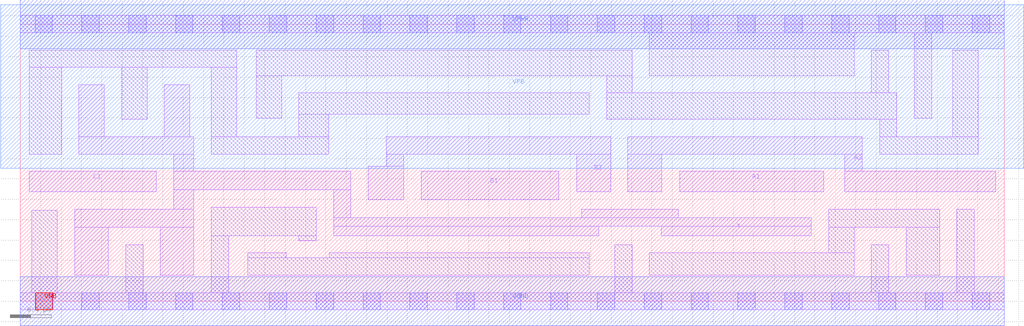
<source format=lef>
# Copyright 2020 The SkyWater PDK Authors
#
# Licensed under the Apache License, Version 2.0 (the "License");
# you may not use this file except in compliance with the License.
# You may obtain a copy of the License at
#
#     https://www.apache.org/licenses/LICENSE-2.0
#
# Unless required by applicable law or agreed to in writing, software
# distributed under the License is distributed on an "AS IS" BASIS,
# WITHOUT WARRANTIES OR CONDITIONS OF ANY KIND, either express or implied.
# See the License for the specific language governing permissions and
# limitations under the License.
#
# SPDX-License-Identifier: Apache-2.0

VERSION 5.7 ;
  NOWIREEXTENSIONATPIN ON ;
  DIVIDERCHAR "/" ;
  BUSBITCHARS "[]" ;
MACRO sky130_fd_sc_hd__a221oi_4
  CLASS CORE ;
  FOREIGN sky130_fd_sc_hd__a221oi_4 ;
  ORIGIN  0.000000  0.000000 ;
  SIZE  9.660000 BY  2.720000 ;
  SYMMETRY X Y R90 ;
  SITE unithd ;
  PIN A1
    ANTENNAGATEAREA  0.990000 ;
    DIRECTION INPUT ;
    USE SIGNAL ;
    PORT
      LAYER li1 ;
        RECT 6.475000 1.075000 7.885000 1.275000 ;
    END
  END A1
  PIN A2
    ANTENNAGATEAREA  0.990000 ;
    DIRECTION INPUT ;
    USE SIGNAL ;
    PORT
      LAYER li1 ;
        RECT 5.965000 1.075000 6.295000 1.445000 ;
        RECT 5.965000 1.445000 8.265000 1.615000 ;
        RECT 8.095000 1.075000 9.575000 1.275000 ;
        RECT 8.095000 1.275000 8.265000 1.445000 ;
    END
  END A2
  PIN B1
    ANTENNAGATEAREA  0.990000 ;
    DIRECTION INPUT ;
    USE SIGNAL ;
    PORT
      LAYER li1 ;
        RECT 3.935000 0.995000 5.285000 1.275000 ;
    END
  END B1
  PIN B2
    ANTENNAGATEAREA  0.990000 ;
    DIRECTION INPUT ;
    USE SIGNAL ;
    PORT
      LAYER li1 ;
        RECT 3.415000 0.995000 3.765000 1.325000 ;
        RECT 3.595000 1.325000 3.765000 1.445000 ;
        RECT 3.595000 1.445000 5.795000 1.615000 ;
        RECT 5.465000 1.075000 5.795000 1.445000 ;
    END
  END B2
  PIN C1
    ANTENNAGATEAREA  0.990000 ;
    DIRECTION INPUT ;
    USE SIGNAL ;
    PORT
      LAYER li1 ;
        RECT 0.090000 1.075000 1.335000 1.275000 ;
    END
  END C1
  PIN VNB
    PORT
      LAYER pwell ;
        RECT 0.150000 -0.085000 0.320000 0.085000 ;
    END
  END VNB
  PIN VPB
    PORT
      LAYER nwell ;
        RECT -0.190000 1.305000 9.850000 2.910000 ;
    END
  END VPB
  PIN Y
    ANTENNADIFFAREA  1.593000 ;
    DIRECTION OUTPUT ;
    USE SIGNAL ;
    PORT
      LAYER li1 ;
        RECT 0.535000 0.255000 0.865000 0.725000 ;
        RECT 0.535000 0.725000 1.705000 0.905000 ;
        RECT 0.575000 1.445000 1.705000 1.615000 ;
        RECT 0.575000 1.615000 0.825000 2.125000 ;
        RECT 1.375000 0.255000 1.705000 0.725000 ;
        RECT 1.415000 1.615000 1.665000 2.125000 ;
        RECT 1.505000 0.905000 1.705000 1.095000 ;
        RECT 1.505000 1.095000 3.245000 1.275000 ;
        RECT 1.505000 1.275000 1.705000 1.445000 ;
        RECT 3.075000 0.645000 5.680000 0.735000 ;
        RECT 3.075000 0.735000 7.765000 0.820000 ;
        RECT 3.075000 0.820000 3.245000 1.095000 ;
        RECT 5.510000 0.820000 6.460000 0.905000 ;
        RECT 6.290000 0.645000 7.765000 0.735000 ;
    END
  END Y
  PIN VGND
    DIRECTION INOUT ;
    SHAPE ABUTMENT ;
    USE GROUND ;
    PORT
      LAYER met1 ;
        RECT 0.000000 -0.240000 9.660000 0.240000 ;
    END
  END VGND
  PIN VPWR
    DIRECTION INOUT ;
    SHAPE ABUTMENT ;
    USE POWER ;
    PORT
      LAYER met1 ;
        RECT 0.000000 2.480000 9.660000 2.960000 ;
    END
  END VPWR
  OBS
    LAYER li1 ;
      RECT 0.000000 -0.085000 9.660000 0.085000 ;
      RECT 0.000000  2.635000 9.660000 2.805000 ;
      RECT 0.090000  1.445000 0.405000 2.295000 ;
      RECT 0.090000  2.295000 2.125000 2.465000 ;
      RECT 0.115000  0.085000 0.365000 0.895000 ;
      RECT 0.995000  1.785000 1.245000 2.295000 ;
      RECT 1.035000  0.085000 1.205000 0.555000 ;
      RECT 1.875000  0.085000 2.045000 0.645000 ;
      RECT 1.875000  0.645000 2.905000 0.925000 ;
      RECT 1.875000  1.445000 3.030000 1.615000 ;
      RECT 1.875000  1.615000 2.125000 2.295000 ;
      RECT 2.235000  0.255000 5.585000 0.425000 ;
      RECT 2.235000  0.425000 2.610000 0.475000 ;
      RECT 2.315000  1.795000 2.565000 2.215000 ;
      RECT 2.315000  2.215000 6.005000 2.465000 ;
      RECT 2.735000  0.595000 2.905000 0.645000 ;
      RECT 2.735000  1.615000 3.030000 1.835000 ;
      RECT 2.735000  1.835000 5.585000 2.045000 ;
      RECT 3.035000  0.425000 5.585000 0.475000 ;
      RECT 5.755000  1.785000 8.605000 2.045000 ;
      RECT 5.755000  2.045000 6.005000 2.215000 ;
      RECT 5.835000  0.085000 6.005000 0.555000 ;
      RECT 6.175000  0.255000 8.185000 0.475000 ;
      RECT 6.175000  2.215000 8.185000 2.635000 ;
      RECT 7.935000  0.475000 8.185000 0.725000 ;
      RECT 7.935000  0.725000 9.025000 0.905000 ;
      RECT 8.355000  0.085000 8.525000 0.555000 ;
      RECT 8.355000  2.045000 8.525000 2.465000 ;
      RECT 8.435000  1.445000 9.405000 1.615000 ;
      RECT 8.435000  1.615000 8.605000 1.785000 ;
      RECT 8.695000  0.255000 9.025000 0.725000 ;
      RECT 8.775000  1.795000 8.945000 2.635000 ;
      RECT 9.155000  1.615000 9.405000 2.465000 ;
      RECT 9.195000  0.085000 9.365000 0.905000 ;
    LAYER mcon ;
      RECT 0.145000 -0.085000 0.315000 0.085000 ;
      RECT 0.145000  2.635000 0.315000 2.805000 ;
      RECT 0.605000 -0.085000 0.775000 0.085000 ;
      RECT 0.605000  2.635000 0.775000 2.805000 ;
      RECT 1.065000 -0.085000 1.235000 0.085000 ;
      RECT 1.065000  2.635000 1.235000 2.805000 ;
      RECT 1.525000 -0.085000 1.695000 0.085000 ;
      RECT 1.525000  2.635000 1.695000 2.805000 ;
      RECT 1.985000 -0.085000 2.155000 0.085000 ;
      RECT 1.985000  2.635000 2.155000 2.805000 ;
      RECT 2.445000 -0.085000 2.615000 0.085000 ;
      RECT 2.445000  2.635000 2.615000 2.805000 ;
      RECT 2.905000 -0.085000 3.075000 0.085000 ;
      RECT 2.905000  2.635000 3.075000 2.805000 ;
      RECT 3.365000 -0.085000 3.535000 0.085000 ;
      RECT 3.365000  2.635000 3.535000 2.805000 ;
      RECT 3.825000 -0.085000 3.995000 0.085000 ;
      RECT 3.825000  2.635000 3.995000 2.805000 ;
      RECT 4.285000 -0.085000 4.455000 0.085000 ;
      RECT 4.285000  2.635000 4.455000 2.805000 ;
      RECT 4.745000 -0.085000 4.915000 0.085000 ;
      RECT 4.745000  2.635000 4.915000 2.805000 ;
      RECT 5.205000 -0.085000 5.375000 0.085000 ;
      RECT 5.205000  2.635000 5.375000 2.805000 ;
      RECT 5.665000 -0.085000 5.835000 0.085000 ;
      RECT 5.665000  2.635000 5.835000 2.805000 ;
      RECT 6.125000 -0.085000 6.295000 0.085000 ;
      RECT 6.125000  2.635000 6.295000 2.805000 ;
      RECT 6.585000 -0.085000 6.755000 0.085000 ;
      RECT 6.585000  2.635000 6.755000 2.805000 ;
      RECT 7.045000 -0.085000 7.215000 0.085000 ;
      RECT 7.045000  2.635000 7.215000 2.805000 ;
      RECT 7.505000 -0.085000 7.675000 0.085000 ;
      RECT 7.505000  2.635000 7.675000 2.805000 ;
      RECT 7.965000 -0.085000 8.135000 0.085000 ;
      RECT 7.965000  2.635000 8.135000 2.805000 ;
      RECT 8.425000 -0.085000 8.595000 0.085000 ;
      RECT 8.425000  2.635000 8.595000 2.805000 ;
      RECT 8.885000 -0.085000 9.055000 0.085000 ;
      RECT 8.885000  2.635000 9.055000 2.805000 ;
      RECT 9.345000 -0.085000 9.515000 0.085000 ;
      RECT 9.345000  2.635000 9.515000 2.805000 ;
  END
END sky130_fd_sc_hd__a221oi_4
END LIBRARY

</source>
